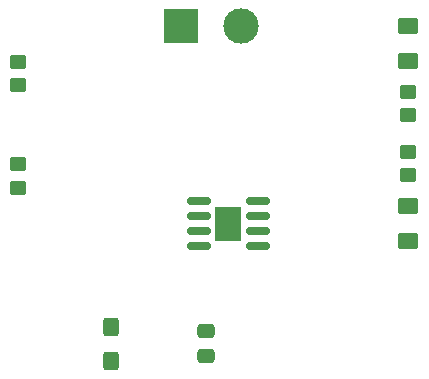
<source format=gbr>
%TF.GenerationSoftware,KiCad,Pcbnew,(6.0.10)*%
%TF.CreationDate,2023-02-17T13:08:42-08:00*%
%TF.ProjectId,Lab 6b,4c616220-3662-42e6-9b69-6361645f7063,rev?*%
%TF.SameCoordinates,Original*%
%TF.FileFunction,Soldermask,Top*%
%TF.FilePolarity,Negative*%
%FSLAX46Y46*%
G04 Gerber Fmt 4.6, Leading zero omitted, Abs format (unit mm)*
G04 Created by KiCad (PCBNEW (6.0.10)) date 2023-02-17 13:08:42*
%MOMM*%
%LPD*%
G01*
G04 APERTURE LIST*
G04 Aperture macros list*
%AMRoundRect*
0 Rectangle with rounded corners*
0 $1 Rounding radius*
0 $2 $3 $4 $5 $6 $7 $8 $9 X,Y pos of 4 corners*
0 Add a 4 corners polygon primitive as box body*
4,1,4,$2,$3,$4,$5,$6,$7,$8,$9,$2,$3,0*
0 Add four circle primitives for the rounded corners*
1,1,$1+$1,$2,$3*
1,1,$1+$1,$4,$5*
1,1,$1+$1,$6,$7*
1,1,$1+$1,$8,$9*
0 Add four rect primitives between the rounded corners*
20,1,$1+$1,$2,$3,$4,$5,0*
20,1,$1+$1,$4,$5,$6,$7,0*
20,1,$1+$1,$6,$7,$8,$9,0*
20,1,$1+$1,$8,$9,$2,$3,0*%
G04 Aperture macros list end*
%ADD10RoundRect,0.250000X0.450000X-0.350000X0.450000X0.350000X-0.450000X0.350000X-0.450000X-0.350000X0*%
%ADD11RoundRect,0.250001X0.624999X-0.462499X0.624999X0.462499X-0.624999X0.462499X-0.624999X-0.462499X0*%
%ADD12R,3.000000X3.000000*%
%ADD13C,3.000000*%
%ADD14RoundRect,0.250000X0.425000X-0.537500X0.425000X0.537500X-0.425000X0.537500X-0.425000X-0.537500X0*%
%ADD15RoundRect,0.150000X0.825000X0.150000X-0.825000X0.150000X-0.825000X-0.150000X0.825000X-0.150000X0*%
%ADD16R,2.290000X3.000000*%
%ADD17RoundRect,0.250000X0.475000X-0.337500X0.475000X0.337500X-0.475000X0.337500X-0.475000X-0.337500X0*%
G04 APERTURE END LIST*
D10*
%TO.C,R3*%
X144780000Y-84820000D03*
X144780000Y-82820000D03*
%TD*%
%TO.C,R4*%
X144780000Y-89900000D03*
X144780000Y-87900000D03*
%TD*%
%TO.C,R1*%
X111760000Y-82280000D03*
X111760000Y-80280000D03*
%TD*%
D11*
%TO.C,D1*%
X144780000Y-80227500D03*
X144780000Y-77252500D03*
%TD*%
D12*
%TO.C,J1*%
X125512500Y-77281250D03*
D13*
X130592500Y-77281250D03*
%TD*%
D10*
%TO.C,R2*%
X111760000Y-90920000D03*
X111760000Y-88920000D03*
%TD*%
D14*
%TO.C,C1*%
X119580000Y-105577500D03*
X119580000Y-102702500D03*
%TD*%
D15*
%TO.C,U1*%
X132015000Y-95885000D03*
X132015000Y-94615000D03*
X132015000Y-93345000D03*
X132015000Y-92075000D03*
X127065000Y-92075000D03*
X127065000Y-93345000D03*
X127065000Y-94615000D03*
X127065000Y-95885000D03*
D16*
X129540000Y-93980000D03*
%TD*%
D17*
%TO.C,C2*%
X127625000Y-105177500D03*
X127625000Y-103102500D03*
%TD*%
D11*
%TO.C,D2*%
X144780000Y-95467500D03*
X144780000Y-92492500D03*
%TD*%
M02*

</source>
